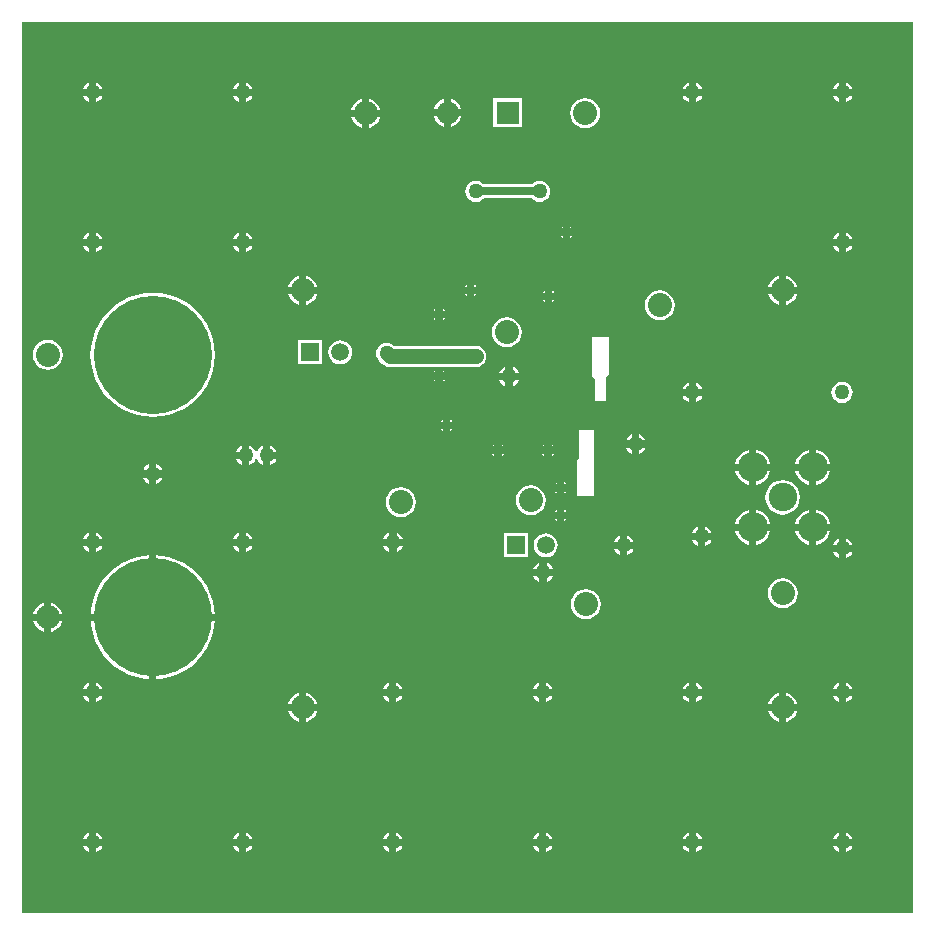
<source format=gbl>
%FSLAX24Y24*%
%MOIN*%
G70*
G01*
G75*
G04 Layer_Physical_Order=2*
G04 Layer_Color=16711680*
%ADD10R,0.0394X0.0374*%
%ADD11R,0.0374X0.0394*%
%ADD12R,0.1299X0.0945*%
%ADD13R,0.0394X0.0945*%
%ADD14R,0.0965X0.1004*%
%ADD15O,0.0236X0.0748*%
%ADD16R,0.0591X0.0236*%
%ADD17C,0.0450*%
%ADD18C,0.0250*%
%ADD19C,0.0500*%
%ADD20C,0.1000*%
%ADD21C,0.0200*%
%ADD22C,0.0800*%
%ADD23C,0.3937*%
%ADD24R,0.0750X0.0750*%
%ADD25C,0.0748*%
%ADD26C,0.0591*%
%ADD27R,0.0591X0.0591*%
%ADD28C,0.0950*%
%ADD29C,0.1000*%
%ADD30C,0.0500*%
%ADD31C,0.0250*%
G36*
X29847Y153D02*
X153D01*
Y29847D01*
X29847D01*
Y153D01*
D02*
G37*
%LPC*%
G36*
X7827Y12375D02*
X7625D01*
Y12173D01*
X7677Y12194D01*
X7750Y12250D01*
X7806Y12323D01*
X7827Y12375D01*
D02*
G37*
G36*
X12385D02*
X12183D01*
X12204Y12323D01*
X12260Y12250D01*
X12333Y12194D01*
X12385Y12173D01*
Y12375D01*
D02*
G37*
G36*
X12837D02*
X12635D01*
Y12173D01*
X12687Y12194D01*
X12760Y12250D01*
X12816Y12323D01*
X12837Y12375D01*
D02*
G37*
G36*
X7375D02*
X7173D01*
X7194Y12323D01*
X7250Y12250D01*
X7323Y12194D01*
X7375Y12173D01*
Y12375D01*
D02*
G37*
G36*
X20527Y12275D02*
X20325D01*
Y12073D01*
X20377Y12094D01*
X20450Y12150D01*
X20506Y12223D01*
X20527Y12275D01*
D02*
G37*
G36*
X2375Y12375D02*
X2173D01*
X2194Y12323D01*
X2250Y12250D01*
X2323Y12194D01*
X2375Y12173D01*
Y12375D01*
D02*
G37*
G36*
X2827D02*
X2625D01*
Y12173D01*
X2677Y12194D01*
X2750Y12250D01*
X2806Y12323D01*
X2827Y12375D01*
D02*
G37*
G36*
X26375Y12875D02*
X25911D01*
X25943Y12769D01*
X25999Y12665D01*
X26074Y12574D01*
X26165Y12499D01*
X26269Y12443D01*
X26375Y12411D01*
Y12875D01*
D02*
G37*
G36*
X27089D02*
X26625D01*
Y12411D01*
X26731Y12443D01*
X26835Y12499D01*
X26926Y12574D01*
X27001Y12665D01*
X27057Y12769D01*
X27089Y12875D01*
D02*
G37*
G36*
X27375Y12627D02*
X27323Y12606D01*
X27250Y12550D01*
X27194Y12477D01*
X27173Y12425D01*
X27375D01*
Y12627D01*
D02*
G37*
G36*
X25089Y12875D02*
X24625D01*
Y12411D01*
X24731Y12443D01*
X24835Y12499D01*
X24926Y12574D01*
X25001Y12665D01*
X25057Y12769D01*
X25089Y12875D01*
D02*
G37*
G36*
X22675Y12575D02*
X22473D01*
X22494Y12523D01*
X22550Y12450D01*
X22623Y12394D01*
X22675Y12373D01*
Y12575D01*
D02*
G37*
G36*
X23127D02*
X22925D01*
Y12373D01*
X22977Y12394D01*
X23050Y12450D01*
X23106Y12523D01*
X23127Y12575D01*
D02*
G37*
G36*
X24375Y12875D02*
X23911D01*
X23943Y12769D01*
X23999Y12665D01*
X24074Y12574D01*
X24165Y12499D01*
X24269Y12443D01*
X24375Y12411D01*
Y12875D01*
D02*
G37*
G36*
X25500Y11304D02*
X25369Y11287D01*
X25248Y11237D01*
X25143Y11157D01*
X25063Y11052D01*
X25013Y10931D01*
X24996Y10800D01*
X25013Y10669D01*
X25063Y10548D01*
X25143Y10443D01*
X25248Y10363D01*
X25369Y10313D01*
X25500Y10296D01*
X25631Y10313D01*
X25752Y10363D01*
X25857Y10443D01*
X25937Y10548D01*
X25987Y10669D01*
X26004Y10800D01*
X25987Y10931D01*
X25937Y11052D01*
X25857Y11157D01*
X25752Y11237D01*
X25631Y11287D01*
X25500Y11304D01*
D02*
G37*
G36*
X17390Y11375D02*
X17188D01*
X17209Y11323D01*
X17265Y11250D01*
X17338Y11194D01*
X17390Y11173D01*
Y11375D01*
D02*
G37*
G36*
X17842D02*
X17640D01*
Y11173D01*
X17691Y11194D01*
X17765Y11250D01*
X17821Y11323D01*
X17842Y11375D01*
D02*
G37*
G36*
X4625Y12065D02*
Y10125D01*
X6565D01*
X6555Y10271D01*
X6502Y10537D01*
X6415Y10793D01*
X6295Y11036D01*
X6145Y11262D01*
X5966Y11466D01*
X5762Y11645D01*
X5536Y11795D01*
X5293Y11915D01*
X5037Y12002D01*
X4771Y12055D01*
X4625Y12065D01*
D02*
G37*
G36*
X875Y10488D02*
X869Y10487D01*
X748Y10437D01*
X643Y10357D01*
X563Y10252D01*
X513Y10131D01*
X512Y10125D01*
X875D01*
Y10488D01*
D02*
G37*
G36*
X1125D02*
Y10125D01*
X1488D01*
X1487Y10131D01*
X1437Y10252D01*
X1357Y10357D01*
X1252Y10437D01*
X1131Y10487D01*
X1125Y10488D01*
D02*
G37*
G36*
X4375Y12065D02*
X4229Y12055D01*
X3963Y12002D01*
X3707Y11915D01*
X3464Y11795D01*
X3238Y11645D01*
X3034Y11466D01*
X2855Y11262D01*
X2705Y11036D01*
X2585Y10793D01*
X2498Y10537D01*
X2445Y10271D01*
X2435Y10125D01*
X4375D01*
Y12065D01*
D02*
G37*
G36*
X17600Y12799D02*
X17497Y12785D01*
X17401Y12745D01*
X17318Y12682D01*
X17255Y12599D01*
X17215Y12503D01*
X17201Y12400D01*
X17215Y12297D01*
X17255Y12201D01*
X17318Y12118D01*
X17401Y12055D01*
X17497Y12015D01*
X17600Y12001D01*
X17703Y12015D01*
X17799Y12055D01*
X17882Y12118D01*
X17945Y12201D01*
X17985Y12297D01*
X17999Y12400D01*
X17985Y12503D01*
X17945Y12599D01*
X17882Y12682D01*
X17799Y12745D01*
X17703Y12785D01*
X17600Y12799D01*
D02*
G37*
G36*
X16995Y12795D02*
X16205D01*
Y12005D01*
X16995D01*
Y12795D01*
D02*
G37*
G36*
X20075Y12275D02*
X19873D01*
X19894Y12223D01*
X19950Y12150D01*
X20023Y12094D01*
X20075Y12073D01*
Y12275D01*
D02*
G37*
G36*
X27827Y12175D02*
X27625D01*
Y11973D01*
X27677Y11994D01*
X27750Y12050D01*
X27806Y12123D01*
X27827Y12175D01*
D02*
G37*
G36*
X17390Y11827D02*
X17338Y11806D01*
X17265Y11750D01*
X17209Y11677D01*
X17188Y11625D01*
X17390D01*
Y11827D01*
D02*
G37*
G36*
X17640D02*
Y11625D01*
X17842D01*
X17821Y11677D01*
X17765Y11750D01*
X17691Y11806D01*
X17640Y11827D01*
D02*
G37*
G36*
X27375Y12175D02*
X27173D01*
X27194Y12123D01*
X27250Y12050D01*
X27323Y11994D01*
X27375Y11973D01*
Y12175D01*
D02*
G37*
G36*
X27625Y12627D02*
Y12425D01*
X27827D01*
X27806Y12477D01*
X27750Y12550D01*
X27677Y12606D01*
X27625Y12627D01*
D02*
G37*
G36*
X25500Y14580D02*
X25350Y14560D01*
X25210Y14502D01*
X25090Y14410D01*
X24998Y14290D01*
X24940Y14150D01*
X24920Y14000D01*
X24940Y13850D01*
X24998Y13710D01*
X25090Y13590D01*
X25210Y13498D01*
X25350Y13440D01*
X25500Y13420D01*
X25650Y13440D01*
X25790Y13498D01*
X25910Y13590D01*
X26002Y13710D01*
X26060Y13850D01*
X26080Y14000D01*
X26060Y14150D01*
X26002Y14290D01*
X25910Y14410D01*
X25790Y14502D01*
X25650Y14560D01*
X25500Y14580D01*
D02*
G37*
G36*
X17975Y13587D02*
X17937Y13562D01*
X17912Y13525D01*
X17975D01*
Y13587D01*
D02*
G37*
G36*
X18225D02*
Y13525D01*
X18287D01*
X18262Y13562D01*
X18225Y13587D01*
D02*
G37*
G36*
X17100Y14404D02*
X16969Y14387D01*
X16848Y14337D01*
X16743Y14257D01*
X16663Y14152D01*
X16613Y14031D01*
X16596Y13900D01*
X16613Y13769D01*
X16663Y13648D01*
X16743Y13543D01*
X16848Y13463D01*
X16969Y13413D01*
X17100Y13396D01*
X17231Y13413D01*
X17352Y13463D01*
X17457Y13543D01*
X17537Y13648D01*
X17587Y13769D01*
X17604Y13900D01*
X17587Y14031D01*
X17537Y14152D01*
X17457Y14257D01*
X17352Y14337D01*
X17231Y14387D01*
X17100Y14404D01*
D02*
G37*
G36*
X17975Y13275D02*
X17912D01*
X17937Y13238D01*
X17975Y13213D01*
Y13275D01*
D02*
G37*
G36*
X18287D02*
X18225D01*
Y13213D01*
X18262Y13238D01*
X18287Y13275D01*
D02*
G37*
G36*
X12770Y14344D02*
X12639Y14327D01*
X12518Y14277D01*
X12413Y14197D01*
X12333Y14092D01*
X12283Y13971D01*
X12266Y13840D01*
X12283Y13709D01*
X12333Y13588D01*
X12413Y13483D01*
X12518Y13403D01*
X12639Y13353D01*
X12770Y13336D01*
X12901Y13353D01*
X13022Y13403D01*
X13127Y13483D01*
X13207Y13588D01*
X13257Y13709D01*
X13274Y13840D01*
X13257Y13971D01*
X13207Y14092D01*
X13127Y14197D01*
X13022Y14277D01*
X12901Y14327D01*
X12770Y14344D01*
D02*
G37*
G36*
X25089Y14875D02*
X24625D01*
Y14411D01*
X24731Y14443D01*
X24835Y14499D01*
X24926Y14574D01*
X25001Y14665D01*
X25057Y14769D01*
X25089Y14875D01*
D02*
G37*
G36*
X26375D02*
X25911D01*
X25943Y14769D01*
X25999Y14665D01*
X26074Y14574D01*
X26165Y14499D01*
X26269Y14443D01*
X26375Y14411D01*
Y14875D01*
D02*
G37*
G36*
X27089D02*
X26625D01*
Y14411D01*
X26731Y14443D01*
X26835Y14499D01*
X26926Y14574D01*
X27001Y14665D01*
X27057Y14769D01*
X27089Y14875D01*
D02*
G37*
G36*
X24375D02*
X23911D01*
X23943Y14769D01*
X23999Y14665D01*
X24074Y14574D01*
X24165Y14499D01*
X24269Y14443D01*
X24375Y14411D01*
Y14875D01*
D02*
G37*
G36*
X19200Y16250D02*
X18700D01*
Y15300D01*
X18650Y15250D01*
Y14050D01*
X19200D01*
Y16250D01*
D02*
G37*
G36*
X17975Y14190D02*
X17912D01*
X17937Y14153D01*
X17975Y14128D01*
Y14190D01*
D02*
G37*
G36*
X18287D02*
X18225D01*
Y14128D01*
X18262Y14153D01*
X18287Y14190D01*
D02*
G37*
G36*
X7375Y12827D02*
X7323Y12806D01*
X7250Y12750D01*
X7194Y12677D01*
X7173Y12625D01*
X7375D01*
Y12827D01*
D02*
G37*
G36*
X7625D02*
Y12625D01*
X7827D01*
X7806Y12677D01*
X7750Y12750D01*
X7677Y12806D01*
X7625Y12827D01*
D02*
G37*
G36*
X12385D02*
X12333Y12806D01*
X12260Y12750D01*
X12204Y12677D01*
X12183Y12625D01*
X12385D01*
Y12827D01*
D02*
G37*
G36*
X2625D02*
Y12625D01*
X2827D01*
X2806Y12677D01*
X2750Y12750D01*
X2677Y12806D01*
X2625Y12827D01*
D02*
G37*
G36*
X20075Y12727D02*
X20023Y12706D01*
X19950Y12650D01*
X19894Y12577D01*
X19873Y12525D01*
X20075D01*
Y12727D01*
D02*
G37*
G36*
X20325D02*
Y12525D01*
X20527D01*
X20506Y12577D01*
X20450Y12650D01*
X20377Y12706D01*
X20325Y12727D01*
D02*
G37*
G36*
X2375Y12827D02*
X2323Y12806D01*
X2250Y12750D01*
X2194Y12677D01*
X2173Y12625D01*
X2375D01*
Y12827D01*
D02*
G37*
G36*
X24625Y13589D02*
Y13125D01*
X25089D01*
X25057Y13231D01*
X25001Y13335D01*
X24926Y13426D01*
X24835Y13501D01*
X24731Y13557D01*
X24625Y13589D01*
D02*
G37*
G36*
X26375D02*
X26269Y13557D01*
X26165Y13501D01*
X26074Y13426D01*
X25999Y13335D01*
X25943Y13231D01*
X25911Y13125D01*
X26375D01*
Y13589D01*
D02*
G37*
G36*
X26625D02*
Y13125D01*
X27089D01*
X27057Y13231D01*
X27001Y13335D01*
X26926Y13426D01*
X26835Y13501D01*
X26731Y13557D01*
X26625Y13589D01*
D02*
G37*
G36*
X24375D02*
X24269Y13557D01*
X24165Y13501D01*
X24074Y13426D01*
X23999Y13335D01*
X23943Y13231D01*
X23911Y13125D01*
X24375D01*
Y13589D01*
D02*
G37*
G36*
X12635Y12827D02*
Y12625D01*
X12837D01*
X12816Y12677D01*
X12760Y12750D01*
X12687Y12806D01*
X12635Y12827D01*
D02*
G37*
G36*
X22675Y13027D02*
X22623Y13006D01*
X22550Y12950D01*
X22494Y12877D01*
X22473Y12825D01*
X22675D01*
Y13027D01*
D02*
G37*
G36*
X22925D02*
Y12825D01*
X23127D01*
X23106Y12877D01*
X23050Y12950D01*
X22977Y13006D01*
X22925Y13027D01*
D02*
G37*
G36*
X17375Y2827D02*
X17323Y2806D01*
X17250Y2750D01*
X17194Y2677D01*
X17173Y2625D01*
X17375D01*
Y2827D01*
D02*
G37*
G36*
X17625D02*
Y2625D01*
X17827D01*
X17806Y2677D01*
X17750Y2750D01*
X17677Y2806D01*
X17625Y2827D01*
D02*
G37*
G36*
X22365D02*
X22313Y2806D01*
X22240Y2750D01*
X22184Y2677D01*
X22163Y2625D01*
X22365D01*
Y2827D01*
D02*
G37*
G36*
X12625D02*
Y2625D01*
X12827D01*
X12806Y2677D01*
X12750Y2750D01*
X12677Y2806D01*
X12625Y2827D01*
D02*
G37*
G36*
X7375D02*
X7323Y2806D01*
X7250Y2750D01*
X7194Y2677D01*
X7173Y2625D01*
X7375D01*
Y2827D01*
D02*
G37*
G36*
X7625D02*
Y2625D01*
X7827D01*
X7806Y2677D01*
X7750Y2750D01*
X7677Y2806D01*
X7625Y2827D01*
D02*
G37*
G36*
X12375D02*
X12323Y2806D01*
X12250Y2750D01*
X12194Y2677D01*
X12173Y2625D01*
X12375D01*
Y2827D01*
D02*
G37*
G36*
X25988Y6875D02*
X25625D01*
Y6512D01*
X25631Y6513D01*
X25752Y6563D01*
X25857Y6643D01*
X25937Y6748D01*
X25987Y6869D01*
X25988Y6875D01*
D02*
G37*
G36*
X9375Y6876D02*
X9012D01*
X9013Y6870D01*
X9063Y6749D01*
X9143Y6644D01*
X9248Y6564D01*
X9369Y6514D01*
X9375Y6513D01*
Y6876D01*
D02*
G37*
G36*
X9988D02*
X9625D01*
Y6513D01*
X9631Y6514D01*
X9752Y6564D01*
X9857Y6644D01*
X9937Y6749D01*
X9987Y6870D01*
X9988Y6876D01*
D02*
G37*
G36*
X25375Y6875D02*
X25012D01*
X25013Y6869D01*
X25063Y6748D01*
X25143Y6643D01*
X25248Y6563D01*
X25369Y6513D01*
X25375Y6512D01*
Y6875D01*
D02*
G37*
G36*
X22615Y2827D02*
Y2625D01*
X22817D01*
X22796Y2677D01*
X22740Y2750D01*
X22667Y2806D01*
X22615Y2827D01*
D02*
G37*
G36*
X27375D02*
X27323Y2806D01*
X27250Y2750D01*
X27194Y2677D01*
X27173Y2625D01*
X27375D01*
Y2827D01*
D02*
G37*
G36*
X27625D02*
Y2625D01*
X27827D01*
X27806Y2677D01*
X27750Y2750D01*
X27677Y2806D01*
X27625Y2827D01*
D02*
G37*
G36*
X12375Y2375D02*
X12173D01*
X12194Y2323D01*
X12250Y2250D01*
X12323Y2194D01*
X12375Y2173D01*
Y2375D01*
D02*
G37*
G36*
X12827D02*
X12625D01*
Y2173D01*
X12677Y2194D01*
X12750Y2250D01*
X12806Y2323D01*
X12827Y2375D01*
D02*
G37*
G36*
X17375D02*
X17173D01*
X17194Y2323D01*
X17250Y2250D01*
X17323Y2194D01*
X17375Y2173D01*
Y2375D01*
D02*
G37*
G36*
X7827D02*
X7625D01*
Y2173D01*
X7677Y2194D01*
X7750Y2250D01*
X7806Y2323D01*
X7827Y2375D01*
D02*
G37*
G36*
X2375D02*
X2173D01*
X2194Y2323D01*
X2250Y2250D01*
X2323Y2194D01*
X2375Y2173D01*
Y2375D01*
D02*
G37*
G36*
X2827D02*
X2625D01*
Y2173D01*
X2677Y2194D01*
X2750Y2250D01*
X2806Y2323D01*
X2827Y2375D01*
D02*
G37*
G36*
X7375D02*
X7173D01*
X7194Y2323D01*
X7250Y2250D01*
X7323Y2194D01*
X7375Y2173D01*
Y2375D01*
D02*
G37*
G36*
X27827D02*
X27625D01*
Y2173D01*
X27677Y2194D01*
X27750Y2250D01*
X27806Y2323D01*
X27827Y2375D01*
D02*
G37*
G36*
X2375Y2827D02*
X2323Y2806D01*
X2250Y2750D01*
X2194Y2677D01*
X2173Y2625D01*
X2375D01*
Y2827D01*
D02*
G37*
G36*
X2625D02*
Y2625D01*
X2827D01*
X2806Y2677D01*
X2750Y2750D01*
X2677Y2806D01*
X2625Y2827D01*
D02*
G37*
G36*
X27375Y2375D02*
X27173D01*
X27194Y2323D01*
X27250Y2250D01*
X27323Y2194D01*
X27375Y2173D01*
Y2375D01*
D02*
G37*
G36*
X17827D02*
X17625D01*
Y2173D01*
X17677Y2194D01*
X17750Y2250D01*
X17806Y2323D01*
X17827Y2375D01*
D02*
G37*
G36*
X22365D02*
X22163D01*
X22184Y2323D01*
X22240Y2250D01*
X22313Y2194D01*
X22365Y2173D01*
Y2375D01*
D02*
G37*
G36*
X22817D02*
X22615D01*
Y2173D01*
X22667Y2194D01*
X22740Y2250D01*
X22796Y2323D01*
X22817Y2375D01*
D02*
G37*
G36*
X25375Y7488D02*
X25369Y7487D01*
X25248Y7437D01*
X25143Y7357D01*
X25063Y7252D01*
X25013Y7131D01*
X25012Y7125D01*
X25375D01*
Y7488D01*
D02*
G37*
G36*
X17625Y7827D02*
Y7625D01*
X17827D01*
X17806Y7677D01*
X17750Y7750D01*
X17677Y7806D01*
X17625Y7827D01*
D02*
G37*
G36*
X22365D02*
X22313Y7806D01*
X22240Y7750D01*
X22184Y7677D01*
X22163Y7625D01*
X22365D01*
Y7827D01*
D02*
G37*
G36*
X22615D02*
Y7625D01*
X22817D01*
X22796Y7677D01*
X22740Y7750D01*
X22667Y7806D01*
X22615Y7827D01*
D02*
G37*
G36*
X17375D02*
X17323Y7806D01*
X17250Y7750D01*
X17194Y7677D01*
X17173Y7625D01*
X17375D01*
Y7827D01*
D02*
G37*
G36*
X2625D02*
Y7625D01*
X2827D01*
X2806Y7677D01*
X2750Y7750D01*
X2677Y7806D01*
X2625Y7827D01*
D02*
G37*
G36*
X12375D02*
X12323Y7806D01*
X12250Y7750D01*
X12194Y7677D01*
X12173Y7625D01*
X12375D01*
Y7827D01*
D02*
G37*
G36*
X12625D02*
Y7625D01*
X12827D01*
X12806Y7677D01*
X12750Y7750D01*
X12677Y7806D01*
X12625Y7827D01*
D02*
G37*
G36*
X875Y9875D02*
X512D01*
X513Y9869D01*
X563Y9748D01*
X643Y9643D01*
X748Y9563D01*
X869Y9513D01*
X875Y9512D01*
Y9875D01*
D02*
G37*
G36*
X1488D02*
X1125D01*
Y9512D01*
X1131Y9513D01*
X1252Y9563D01*
X1357Y9643D01*
X1437Y9748D01*
X1487Y9869D01*
X1488Y9875D01*
D02*
G37*
G36*
X18935Y10944D02*
X18805Y10927D01*
X18683Y10877D01*
X18578Y10797D01*
X18498Y10692D01*
X18448Y10571D01*
X18431Y10440D01*
X18448Y10309D01*
X18498Y10188D01*
X18578Y10083D01*
X18683Y10003D01*
X18805Y9953D01*
X18935Y9936D01*
X19066Y9953D01*
X19187Y10003D01*
X19292Y10083D01*
X19372Y10188D01*
X19422Y10309D01*
X19439Y10440D01*
X19422Y10571D01*
X19372Y10692D01*
X19292Y10797D01*
X19187Y10877D01*
X19066Y10927D01*
X18935Y10944D01*
D02*
G37*
G36*
X6565Y9875D02*
X4625D01*
Y7935D01*
X4771Y7945D01*
X5037Y7998D01*
X5293Y8085D01*
X5536Y8205D01*
X5762Y8355D01*
X5966Y8534D01*
X6145Y8738D01*
X6295Y8964D01*
X6415Y9207D01*
X6502Y9463D01*
X6555Y9729D01*
X6565Y9875D01*
D02*
G37*
G36*
X27375Y7827D02*
X27323Y7806D01*
X27250Y7750D01*
X27194Y7677D01*
X27173Y7625D01*
X27375D01*
Y7827D01*
D02*
G37*
G36*
X27625D02*
Y7625D01*
X27827D01*
X27806Y7677D01*
X27750Y7750D01*
X27677Y7806D01*
X27625Y7827D01*
D02*
G37*
G36*
X4375Y9875D02*
X2435D01*
X2445Y9729D01*
X2498Y9463D01*
X2585Y9207D01*
X2705Y8964D01*
X2855Y8738D01*
X3034Y8534D01*
X3238Y8355D01*
X3464Y8205D01*
X3707Y8085D01*
X3963Y7998D01*
X4229Y7945D01*
X4375Y7935D01*
Y9875D01*
D02*
G37*
G36*
X2827Y7375D02*
X2625D01*
Y7173D01*
X2677Y7194D01*
X2750Y7250D01*
X2806Y7323D01*
X2827Y7375D01*
D02*
G37*
G36*
X12375D02*
X12173D01*
X12194Y7323D01*
X12250Y7250D01*
X12323Y7194D01*
X12375Y7173D01*
Y7375D01*
D02*
G37*
G36*
X12827D02*
X12625D01*
Y7173D01*
X12677Y7194D01*
X12750Y7250D01*
X12806Y7323D01*
X12827Y7375D01*
D02*
G37*
G36*
X2375D02*
X2173D01*
X2194Y7323D01*
X2250Y7250D01*
X2323Y7194D01*
X2375Y7173D01*
Y7375D01*
D02*
G37*
G36*
X25625Y7488D02*
Y7125D01*
X25988D01*
X25987Y7131D01*
X25937Y7252D01*
X25857Y7357D01*
X25752Y7437D01*
X25631Y7487D01*
X25625Y7488D01*
D02*
G37*
G36*
X9375Y7489D02*
X9369Y7488D01*
X9248Y7438D01*
X9143Y7358D01*
X9063Y7253D01*
X9013Y7132D01*
X9012Y7126D01*
X9375D01*
Y7489D01*
D02*
G37*
G36*
X9625D02*
Y7126D01*
X9988D01*
X9987Y7132D01*
X9937Y7253D01*
X9857Y7358D01*
X9752Y7438D01*
X9631Y7488D01*
X9625Y7489D01*
D02*
G37*
G36*
X27375Y7375D02*
X27173D01*
X27194Y7323D01*
X27250Y7250D01*
X27323Y7194D01*
X27375Y7173D01*
Y7375D01*
D02*
G37*
G36*
X27827D02*
X27625D01*
Y7173D01*
X27677Y7194D01*
X27750Y7250D01*
X27806Y7323D01*
X27827Y7375D01*
D02*
G37*
G36*
X2375Y7827D02*
X2323Y7806D01*
X2250Y7750D01*
X2194Y7677D01*
X2173Y7625D01*
X2375D01*
Y7827D01*
D02*
G37*
G36*
X22817Y7375D02*
X22615D01*
Y7173D01*
X22667Y7194D01*
X22740Y7250D01*
X22796Y7323D01*
X22817Y7375D01*
D02*
G37*
G36*
X17375D02*
X17173D01*
X17194Y7323D01*
X17250Y7250D01*
X17323Y7194D01*
X17375Y7173D01*
Y7375D01*
D02*
G37*
G36*
X17827D02*
X17625D01*
Y7173D01*
X17677Y7194D01*
X17750Y7250D01*
X17806Y7323D01*
X17827Y7375D01*
D02*
G37*
G36*
X22365D02*
X22163D01*
X22184Y7323D01*
X22240Y7250D01*
X22313Y7194D01*
X22365Y7173D01*
Y7375D01*
D02*
G37*
G36*
X27375Y22375D02*
X27173D01*
X27194Y22323D01*
X27250Y22250D01*
X27323Y22194D01*
X27375Y22173D01*
Y22375D01*
D02*
G37*
G36*
X27827D02*
X27625D01*
Y22173D01*
X27677Y22194D01*
X27750Y22250D01*
X27806Y22323D01*
X27827Y22375D01*
D02*
G37*
G36*
X2375Y22827D02*
X2323Y22806D01*
X2250Y22750D01*
X2194Y22677D01*
X2173Y22625D01*
X2375D01*
Y22827D01*
D02*
G37*
G36*
X7827Y22375D02*
X7625D01*
Y22173D01*
X7677Y22194D01*
X7750Y22250D01*
X7806Y22323D01*
X7827Y22375D01*
D02*
G37*
G36*
X2375D02*
X2173D01*
X2194Y22323D01*
X2250Y22250D01*
X2323Y22194D01*
X2375Y22173D01*
Y22375D01*
D02*
G37*
G36*
X2827D02*
X2625D01*
Y22173D01*
X2677Y22194D01*
X2750Y22250D01*
X2806Y22323D01*
X2827Y22375D01*
D02*
G37*
G36*
X7375D02*
X7173D01*
X7194Y22323D01*
X7250Y22250D01*
X7323Y22194D01*
X7375Y22173D01*
Y22375D01*
D02*
G37*
G36*
X27625Y22827D02*
Y22625D01*
X27827D01*
X27806Y22677D01*
X27750Y22750D01*
X27677Y22806D01*
X27625Y22827D01*
D02*
G37*
G36*
X18168Y22722D02*
X18106D01*
X18131Y22685D01*
X18168Y22660D01*
Y22722D01*
D02*
G37*
G36*
X18480D02*
X18418D01*
Y22660D01*
X18455Y22685D01*
X18480Y22722D01*
D02*
G37*
G36*
X27375Y22827D02*
X27323Y22806D01*
X27250Y22750D01*
X27194Y22677D01*
X27173Y22625D01*
X27375D01*
Y22827D01*
D02*
G37*
G36*
X2625D02*
Y22625D01*
X2827D01*
X2806Y22677D01*
X2750Y22750D01*
X2677Y22806D01*
X2625Y22827D01*
D02*
G37*
G36*
X7375D02*
X7323Y22806D01*
X7250Y22750D01*
X7194Y22677D01*
X7173Y22625D01*
X7375D01*
Y22827D01*
D02*
G37*
G36*
X7625D02*
Y22625D01*
X7827D01*
X7806Y22677D01*
X7750Y22750D01*
X7677Y22806D01*
X7625Y22827D01*
D02*
G37*
G36*
X14976Y20774D02*
X14914D01*
X14939Y20737D01*
X14976Y20712D01*
Y20774D01*
D02*
G37*
G36*
X15288D02*
X15226D01*
Y20712D01*
X15263Y20737D01*
X15288Y20774D01*
D02*
G37*
G36*
X17575Y20887D02*
X17538Y20862D01*
X17513Y20825D01*
X17575D01*
Y20887D01*
D02*
G37*
G36*
X17887Y20575D02*
X17825D01*
Y20513D01*
X17862Y20538D01*
X17887Y20575D01*
D02*
G37*
G36*
X25375Y20774D02*
X25012D01*
X25013Y20769D01*
X25063Y20647D01*
X25143Y20543D01*
X25248Y20463D01*
X25369Y20412D01*
X25375Y20412D01*
Y20774D01*
D02*
G37*
G36*
X25988D02*
X25625D01*
Y20412D01*
X25631Y20412D01*
X25752Y20463D01*
X25857Y20543D01*
X25937Y20647D01*
X25987Y20769D01*
X25988Y20774D01*
D02*
G37*
G36*
X17575Y20575D02*
X17513D01*
X17538Y20538D01*
X17575Y20513D01*
Y20575D01*
D02*
G37*
G36*
X15226Y21087D02*
Y21024D01*
X15288D01*
X15263Y21062D01*
X15226Y21087D01*
D02*
G37*
G36*
X25375Y21387D02*
X25369Y21387D01*
X25248Y21336D01*
X25143Y21256D01*
X25063Y21152D01*
X25013Y21030D01*
X25012Y21024D01*
X25375D01*
Y21387D01*
D02*
G37*
G36*
X25625D02*
Y21024D01*
X25988D01*
X25987Y21030D01*
X25937Y21152D01*
X25857Y21256D01*
X25752Y21336D01*
X25631Y21387D01*
X25625Y21387D01*
D02*
G37*
G36*
X14976Y21087D02*
X14939Y21062D01*
X14914Y21024D01*
X14976D01*
Y21087D01*
D02*
G37*
G36*
X17825Y20887D02*
Y20825D01*
X17887D01*
X17862Y20862D01*
X17825Y20887D01*
D02*
G37*
G36*
X9375Y21387D02*
X9369Y21387D01*
X9248Y21336D01*
X9143Y21256D01*
X9063Y21152D01*
X9013Y21030D01*
X9012Y21024D01*
X9375D01*
Y21387D01*
D02*
G37*
G36*
X9625D02*
Y21024D01*
X9988D01*
X9987Y21030D01*
X9937Y21152D01*
X9857Y21256D01*
X9752Y21336D01*
X9631Y21387D01*
X9625Y21387D01*
D02*
G37*
G36*
X18168Y23034D02*
X18131Y23009D01*
X18106Y22972D01*
X18168D01*
Y23034D01*
D02*
G37*
G36*
X27375Y27375D02*
X27173D01*
X27194Y27323D01*
X27250Y27250D01*
X27323Y27194D01*
X27375Y27173D01*
Y27375D01*
D02*
G37*
G36*
X27827D02*
X27625D01*
Y27173D01*
X27677Y27194D01*
X27750Y27250D01*
X27806Y27323D01*
X27827Y27375D01*
D02*
G37*
G36*
X2375Y27827D02*
X2323Y27806D01*
X2250Y27750D01*
X2194Y27677D01*
X2173Y27625D01*
X2375D01*
Y27827D01*
D02*
G37*
G36*
X22817Y27375D02*
X22615D01*
Y27173D01*
X22667Y27194D01*
X22740Y27250D01*
X22796Y27323D01*
X22817Y27375D01*
D02*
G37*
G36*
X7375D02*
X7173D01*
X7194Y27323D01*
X7250Y27250D01*
X7323Y27194D01*
X7375Y27173D01*
Y27375D01*
D02*
G37*
G36*
X7827D02*
X7625D01*
Y27173D01*
X7677Y27194D01*
X7750Y27250D01*
X7806Y27323D01*
X7827Y27375D01*
D02*
G37*
G36*
X22365D02*
X22163D01*
X22184Y27323D01*
X22240Y27250D01*
X22313Y27194D01*
X22365Y27173D01*
Y27375D01*
D02*
G37*
G36*
X22615Y27827D02*
Y27625D01*
X22817D01*
X22796Y27677D01*
X22740Y27750D01*
X22667Y27806D01*
X22615Y27827D01*
D02*
G37*
G36*
X27375D02*
X27323Y27806D01*
X27250Y27750D01*
X27194Y27677D01*
X27173Y27625D01*
X27375D01*
Y27827D01*
D02*
G37*
G36*
X27625D02*
Y27625D01*
X27827D01*
X27806Y27677D01*
X27750Y27750D01*
X27677Y27806D01*
X27625Y27827D01*
D02*
G37*
G36*
X22365D02*
X22313Y27806D01*
X22240Y27750D01*
X22184Y27677D01*
X22163Y27625D01*
X22365D01*
Y27827D01*
D02*
G37*
G36*
X2625D02*
Y27625D01*
X2827D01*
X2806Y27677D01*
X2750Y27750D01*
X2677Y27806D01*
X2625Y27827D01*
D02*
G37*
G36*
X7375D02*
X7323Y27806D01*
X7250Y27750D01*
X7194Y27677D01*
X7173Y27625D01*
X7375D01*
Y27827D01*
D02*
G37*
G36*
X7625D02*
Y27625D01*
X7827D01*
X7806Y27677D01*
X7750Y27750D01*
X7677Y27806D01*
X7625Y27827D01*
D02*
G37*
G36*
X12088Y26675D02*
X11725D01*
Y26312D01*
X11731Y26313D01*
X11852Y26363D01*
X11957Y26443D01*
X12037Y26548D01*
X12087Y26669D01*
X12088Y26675D01*
D02*
G37*
G36*
X16805Y27296D02*
X15855D01*
Y26346D01*
X16805D01*
Y27296D01*
D02*
G37*
G36*
X14205Y26696D02*
X13869D01*
X13916Y26582D01*
X13992Y26483D01*
X14091Y26407D01*
X14205Y26360D01*
Y26696D01*
D02*
G37*
G36*
X11475Y26675D02*
X11112D01*
X11113Y26669D01*
X11163Y26548D01*
X11243Y26443D01*
X11348Y26363D01*
X11469Y26313D01*
X11475Y26312D01*
Y26675D01*
D02*
G37*
G36*
X18418Y23034D02*
Y22972D01*
X18480D01*
X18455Y23009D01*
X18418Y23034D01*
D02*
G37*
G36*
X17400Y24553D02*
X17309Y24541D01*
X17223Y24506D01*
X17150Y24450D01*
X17135Y24429D01*
X15535D01*
X15520Y24450D01*
X15447Y24506D01*
X15361Y24541D01*
X15270Y24553D01*
X15179Y24541D01*
X15093Y24506D01*
X15020Y24450D01*
X14964Y24377D01*
X14929Y24291D01*
X14917Y24200D01*
X14929Y24109D01*
X14964Y24023D01*
X15020Y23950D01*
X15093Y23894D01*
X15179Y23859D01*
X15270Y23847D01*
X15361Y23859D01*
X15447Y23894D01*
X15520Y23950D01*
X15535Y23971D01*
X17135D01*
X17150Y23950D01*
X17223Y23894D01*
X17309Y23859D01*
X17400Y23847D01*
X17491Y23859D01*
X17577Y23894D01*
X17650Y23950D01*
X17706Y24023D01*
X17741Y24109D01*
X17753Y24200D01*
X17741Y24291D01*
X17706Y24377D01*
X17650Y24450D01*
X17577Y24506D01*
X17491Y24541D01*
X17400Y24553D01*
D02*
G37*
G36*
X18915Y27304D02*
X18784Y27287D01*
X18663Y27237D01*
X18558Y27157D01*
X18478Y27052D01*
X18428Y26931D01*
X18411Y26800D01*
X18428Y26669D01*
X18478Y26548D01*
X18558Y26443D01*
X18663Y26363D01*
X18784Y26313D01*
X18915Y26296D01*
X19045Y26313D01*
X19167Y26363D01*
X19272Y26443D01*
X19352Y26548D01*
X19402Y26669D01*
X19419Y26800D01*
X19402Y26931D01*
X19352Y27052D01*
X19272Y27157D01*
X19167Y27237D01*
X19045Y27287D01*
X18915Y27304D01*
D02*
G37*
G36*
X14455Y27282D02*
Y26946D01*
X14791D01*
X14744Y27060D01*
X14668Y27159D01*
X14569Y27235D01*
X14455Y27282D01*
D02*
G37*
G36*
X2375Y27375D02*
X2173D01*
X2194Y27323D01*
X2250Y27250D01*
X2323Y27194D01*
X2375Y27173D01*
Y27375D01*
D02*
G37*
G36*
X2827D02*
X2625D01*
Y27173D01*
X2677Y27194D01*
X2750Y27250D01*
X2806Y27323D01*
X2827Y27375D01*
D02*
G37*
G36*
X14205Y27282D02*
X14091Y27235D01*
X13992Y27159D01*
X13916Y27060D01*
X13869Y26946D01*
X14205D01*
Y27282D01*
D02*
G37*
G36*
X14791Y26696D02*
X14455D01*
Y26360D01*
X14569Y26407D01*
X14668Y26483D01*
X14744Y26582D01*
X14791Y26696D01*
D02*
G37*
G36*
X11475Y27288D02*
X11469Y27287D01*
X11348Y27237D01*
X11243Y27157D01*
X11163Y27052D01*
X11113Y26931D01*
X11112Y26925D01*
X11475D01*
Y27288D01*
D02*
G37*
G36*
X11725D02*
Y26925D01*
X12088D01*
X12087Y26931D01*
X12037Y27052D01*
X11957Y27157D01*
X11852Y27237D01*
X11731Y27287D01*
X11725Y27288D01*
D02*
G37*
G36*
X9988Y20774D02*
X9625D01*
Y20412D01*
X9631Y20412D01*
X9752Y20463D01*
X9857Y20543D01*
X9937Y20647D01*
X9987Y20769D01*
X9988Y20774D01*
D02*
G37*
G36*
X7475Y15727D02*
X7423Y15706D01*
X7350Y15650D01*
X7294Y15577D01*
X7273Y15525D01*
X7475D01*
Y15727D01*
D02*
G37*
G36*
X8425D02*
Y15525D01*
X8627D01*
X8606Y15577D01*
X8550Y15650D01*
X8477Y15706D01*
X8425Y15727D01*
D02*
G37*
G36*
X8175D02*
X8123Y15706D01*
X8050Y15650D01*
X7994Y15577D01*
X7975Y15530D01*
X7925D01*
X7906Y15577D01*
X7850Y15650D01*
X7777Y15706D01*
X7725Y15727D01*
Y15400D01*
Y15073D01*
X7777Y15094D01*
X7850Y15150D01*
X7906Y15223D01*
X7925Y15270D01*
X7975D01*
X7994Y15223D01*
X8050Y15150D01*
X8123Y15094D01*
X8175Y15073D01*
Y15400D01*
Y15727D01*
D02*
G37*
G36*
X20927Y15650D02*
X20725D01*
Y15448D01*
X20777Y15469D01*
X20850Y15525D01*
X20906Y15598D01*
X20927Y15650D01*
D02*
G37*
G36*
X15885Y15455D02*
X15823D01*
X15848Y15418D01*
X15885Y15393D01*
Y15455D01*
D02*
G37*
G36*
X16197D02*
X16135D01*
Y15393D01*
X16172Y15418D01*
X16197Y15455D01*
D02*
G37*
G36*
X20475Y15650D02*
X20273D01*
X20294Y15598D01*
X20350Y15525D01*
X20423Y15469D01*
X20475Y15448D01*
Y15650D01*
D02*
G37*
G36*
Y16102D02*
X20423Y16081D01*
X20350Y16024D01*
X20294Y15951D01*
X20273Y15900D01*
X20475D01*
Y16102D01*
D02*
G37*
G36*
X20725D02*
Y15900D01*
X20927D01*
X20906Y15951D01*
X20850Y16024D01*
X20777Y16081D01*
X20725Y16102D01*
D02*
G37*
G36*
X14175Y16275D02*
X14113D01*
X14138Y16238D01*
X14175Y16213D01*
Y16275D01*
D02*
G37*
G36*
X16135Y15767D02*
Y15705D01*
X16197D01*
X16172Y15742D01*
X16135Y15767D01*
D02*
G37*
G36*
X17552Y15757D02*
X17514Y15732D01*
X17489Y15695D01*
X17552D01*
Y15757D01*
D02*
G37*
G36*
X17802D02*
Y15695D01*
X17864D01*
X17839Y15732D01*
X17802Y15757D01*
D02*
G37*
G36*
X15885Y15767D02*
X15848Y15742D01*
X15823Y15705D01*
X15885D01*
Y15767D01*
D02*
G37*
G36*
X4375Y15111D02*
X4323Y15090D01*
X4250Y15033D01*
X4194Y14960D01*
X4173Y14909D01*
X4375D01*
Y15111D01*
D02*
G37*
G36*
X4625D02*
Y14909D01*
X4827D01*
X4806Y14960D01*
X4750Y15033D01*
X4677Y15090D01*
X4625Y15111D01*
D02*
G37*
G36*
X7475Y15275D02*
X7273D01*
X7294Y15223D01*
X7350Y15150D01*
X7423Y15094D01*
X7475Y15073D01*
Y15275D01*
D02*
G37*
G36*
X4827Y14659D02*
X4625D01*
Y14457D01*
X4677Y14478D01*
X4750Y14534D01*
X4806Y14607D01*
X4827Y14659D01*
D02*
G37*
G36*
X17975Y14502D02*
X17937Y14477D01*
X17912Y14440D01*
X17975D01*
Y14502D01*
D02*
G37*
G36*
X18225D02*
Y14440D01*
X18287D01*
X18262Y14477D01*
X18225Y14502D01*
D02*
G37*
G36*
X4375Y14659D02*
X4173D01*
X4194Y14607D01*
X4250Y14534D01*
X4323Y14478D01*
X4375Y14457D01*
Y14659D01*
D02*
G37*
G36*
X26625Y15589D02*
Y15125D01*
X27089D01*
X27057Y15231D01*
X27001Y15335D01*
X26926Y15426D01*
X26835Y15501D01*
X26731Y15557D01*
X26625Y15589D01*
D02*
G37*
G36*
X17552Y15445D02*
X17489D01*
X17514Y15408D01*
X17552Y15383D01*
Y15445D01*
D02*
G37*
G36*
X17864D02*
X17802D01*
Y15383D01*
X17839Y15408D01*
X17864Y15445D01*
D02*
G37*
G36*
X26375Y15589D02*
X26269Y15557D01*
X26165Y15501D01*
X26074Y15426D01*
X25999Y15335D01*
X25943Y15231D01*
X25911Y15125D01*
X26375D01*
Y15589D01*
D02*
G37*
G36*
X8627Y15275D02*
X8425D01*
Y15073D01*
X8477Y15094D01*
X8550Y15150D01*
X8606Y15223D01*
X8627Y15275D01*
D02*
G37*
G36*
X24375Y15589D02*
X24269Y15557D01*
X24165Y15501D01*
X24074Y15426D01*
X23999Y15335D01*
X23943Y15231D01*
X23911Y15125D01*
X24375D01*
Y15589D01*
D02*
G37*
G36*
X24625D02*
Y15125D01*
X25089D01*
X25057Y15231D01*
X25001Y15335D01*
X24926Y15426D01*
X24835Y15501D01*
X24731Y15557D01*
X24625Y15589D01*
D02*
G37*
G36*
X14487Y16275D02*
X14425D01*
Y16213D01*
X14462Y16238D01*
X14487Y16275D01*
D02*
G37*
G36*
X12300Y19153D02*
X12209Y19141D01*
X12123Y19106D01*
X12050Y19050D01*
X11994Y18977D01*
X11959Y18891D01*
X11947Y18800D01*
X11959Y18709D01*
X11994Y18623D01*
X12050Y18550D01*
X12150Y18450D01*
X12223Y18394D01*
X12309Y18359D01*
X12400Y18347D01*
X15270D01*
X15361Y18359D01*
X15447Y18394D01*
X15520Y18450D01*
X15576Y18523D01*
X15611Y18609D01*
X15623Y18700D01*
X15611Y18791D01*
X15576Y18877D01*
X15520Y18950D01*
X15447Y19006D01*
X15361Y19041D01*
X15270Y19053D01*
X12545D01*
X12477Y19106D01*
X12391Y19141D01*
X12300Y19153D01*
D02*
G37*
G36*
X10750Y19236D02*
X10647Y19222D01*
X10551Y19182D01*
X10468Y19119D01*
X10405Y19036D01*
X10365Y18940D01*
X10351Y18837D01*
X10365Y18734D01*
X10405Y18638D01*
X10468Y18555D01*
X10551Y18492D01*
X10647Y18452D01*
X10750Y18438D01*
X10853Y18452D01*
X10949Y18492D01*
X11032Y18555D01*
X11095Y18638D01*
X11135Y18734D01*
X11149Y18837D01*
X11135Y18940D01*
X11095Y19036D01*
X11032Y19119D01*
X10949Y19182D01*
X10853Y19222D01*
X10750Y19236D01*
D02*
G37*
G36*
X10145Y19232D02*
X9355D01*
Y18442D01*
X10145D01*
Y19232D01*
D02*
G37*
G36*
X1000Y19254D02*
X869Y19237D01*
X748Y19187D01*
X643Y19107D01*
X563Y19002D01*
X513Y18881D01*
X496Y18750D01*
X513Y18619D01*
X563Y18498D01*
X643Y18393D01*
X748Y18313D01*
X869Y18263D01*
X1000Y18246D01*
X1131Y18263D01*
X1252Y18313D01*
X1357Y18393D01*
X1437Y18498D01*
X1487Y18619D01*
X1504Y18750D01*
X1487Y18881D01*
X1437Y19002D01*
X1357Y19107D01*
X1252Y19187D01*
X1131Y19237D01*
X1000Y19254D01*
D02*
G37*
G36*
X16505Y18357D02*
Y18155D01*
X16707D01*
X16686Y18207D01*
X16630Y18280D01*
X16557Y18336D01*
X16505Y18357D01*
D02*
G37*
G36*
X13925Y18237D02*
X13888Y18212D01*
X13863Y18175D01*
X13925D01*
Y18237D01*
D02*
G37*
G36*
X14175D02*
Y18175D01*
X14237D01*
X14212Y18212D01*
X14175Y18237D01*
D02*
G37*
G36*
X13925Y20287D02*
X13888Y20262D01*
X13863Y20225D01*
X13925D01*
Y20287D01*
D02*
G37*
G36*
X14175D02*
Y20225D01*
X14237D01*
X14212Y20262D01*
X14175Y20287D01*
D02*
G37*
G36*
X9375Y20774D02*
X9012D01*
X9013Y20769D01*
X9063Y20647D01*
X9143Y20543D01*
X9248Y20463D01*
X9369Y20412D01*
X9375Y20412D01*
Y20774D01*
D02*
G37*
G36*
X14237Y19975D02*
X14175D01*
Y19913D01*
X14212Y19938D01*
X14237Y19975D01*
D02*
G37*
G36*
X16300Y20004D02*
X16169Y19987D01*
X16048Y19937D01*
X15943Y19857D01*
X15863Y19752D01*
X15813Y19631D01*
X15796Y19500D01*
X15813Y19369D01*
X15863Y19248D01*
X15943Y19143D01*
X16048Y19063D01*
X16169Y19013D01*
X16300Y18996D01*
X16431Y19013D01*
X16552Y19063D01*
X16657Y19143D01*
X16737Y19248D01*
X16787Y19369D01*
X16804Y19500D01*
X16787Y19631D01*
X16737Y19752D01*
X16657Y19857D01*
X16552Y19937D01*
X16431Y19987D01*
X16300Y20004D01*
D02*
G37*
G36*
X21400Y20904D02*
X21269Y20887D01*
X21148Y20837D01*
X21043Y20757D01*
X20963Y20652D01*
X20913Y20531D01*
X20896Y20400D01*
X20913Y20269D01*
X20963Y20148D01*
X21043Y20043D01*
X21148Y19963D01*
X21269Y19913D01*
X21400Y19896D01*
X21531Y19913D01*
X21652Y19963D01*
X21757Y20043D01*
X21837Y20148D01*
X21887Y20269D01*
X21904Y20400D01*
X21887Y20531D01*
X21837Y20652D01*
X21757Y20757D01*
X21652Y20837D01*
X21531Y20887D01*
X21400Y20904D01*
D02*
G37*
G36*
X13925Y19975D02*
X13863D01*
X13888Y19938D01*
X13925Y19913D01*
Y19975D01*
D02*
G37*
G36*
X22365Y17375D02*
X22163D01*
X22184Y17323D01*
X22240Y17250D01*
X22313Y17194D01*
X22365Y17173D01*
Y17375D01*
D02*
G37*
G36*
X22817D02*
X22615D01*
Y17173D01*
X22667Y17194D01*
X22740Y17250D01*
X22796Y17323D01*
X22817Y17375D01*
D02*
G37*
G36*
X19700Y19350D02*
X19150D01*
Y18050D01*
X19250Y17950D01*
Y17200D01*
X19600D01*
Y18000D01*
X19700Y18100D01*
Y19350D01*
D02*
G37*
G36*
X27480Y17853D02*
X27389Y17841D01*
X27303Y17806D01*
X27230Y17750D01*
X27174Y17677D01*
X27139Y17591D01*
X27127Y17500D01*
X27139Y17409D01*
X27174Y17323D01*
X27230Y17250D01*
X27303Y17194D01*
X27389Y17159D01*
X27480Y17147D01*
X27571Y17159D01*
X27657Y17194D01*
X27730Y17250D01*
X27786Y17323D01*
X27821Y17409D01*
X27833Y17500D01*
X27821Y17591D01*
X27786Y17677D01*
X27730Y17750D01*
X27657Y17806D01*
X27571Y17841D01*
X27480Y17853D01*
D02*
G37*
G36*
X14175Y16587D02*
X14138Y16562D01*
X14113Y16525D01*
X14175D01*
Y16587D01*
D02*
G37*
G36*
X14425D02*
Y16525D01*
X14487D01*
X14462Y16562D01*
X14425Y16587D01*
D02*
G37*
G36*
X4500Y20823D02*
X4229Y20805D01*
X3963Y20752D01*
X3707Y20665D01*
X3464Y20545D01*
X3238Y20395D01*
X3034Y20216D01*
X2855Y20012D01*
X2705Y19786D01*
X2585Y19543D01*
X2498Y19287D01*
X2445Y19021D01*
X2427Y18750D01*
X2445Y18479D01*
X2498Y18213D01*
X2585Y17957D01*
X2705Y17714D01*
X2855Y17488D01*
X3034Y17284D01*
X3238Y17105D01*
X3464Y16955D01*
X3707Y16835D01*
X3963Y16748D01*
X4229Y16695D01*
X4500Y16677D01*
X4771Y16695D01*
X5037Y16748D01*
X5293Y16835D01*
X5536Y16955D01*
X5762Y17105D01*
X5966Y17284D01*
X6145Y17488D01*
X6295Y17714D01*
X6415Y17957D01*
X6502Y18213D01*
X6555Y18479D01*
X6573Y18750D01*
X6555Y19021D01*
X6502Y19287D01*
X6415Y19543D01*
X6295Y19786D01*
X6145Y20012D01*
X5966Y20216D01*
X5762Y20395D01*
X5536Y20545D01*
X5293Y20665D01*
X5037Y20752D01*
X4771Y20805D01*
X4500Y20823D01*
D02*
G37*
G36*
X13925Y17925D02*
X13863D01*
X13888Y17888D01*
X13925Y17863D01*
Y17925D01*
D02*
G37*
G36*
X14237D02*
X14175D01*
Y17863D01*
X14212Y17888D01*
X14237Y17925D01*
D02*
G37*
G36*
X16255Y18357D02*
X16203Y18336D01*
X16130Y18280D01*
X16074Y18207D01*
X16053Y18155D01*
X16255D01*
Y18357D01*
D02*
G37*
G36*
X16707Y17905D02*
X16505D01*
Y17703D01*
X16557Y17724D01*
X16630Y17780D01*
X16686Y17853D01*
X16707Y17905D01*
D02*
G37*
G36*
X22365Y17827D02*
X22313Y17806D01*
X22240Y17750D01*
X22184Y17677D01*
X22163Y17625D01*
X22365D01*
Y17827D01*
D02*
G37*
G36*
X22615D02*
Y17625D01*
X22817D01*
X22796Y17677D01*
X22740Y17750D01*
X22667Y17806D01*
X22615Y17827D01*
D02*
G37*
G36*
X16255Y17905D02*
X16053D01*
X16074Y17853D01*
X16130Y17780D01*
X16203Y17724D01*
X16255Y17703D01*
Y17905D01*
D02*
G37*
%LPD*%
D18*
X15270Y24200D02*
X17400D01*
D19*
X12300Y18800D02*
X12400Y18700D01*
X15270D01*
D22*
X12770Y13840D02*
D03*
X17100Y13900D02*
D03*
X25500Y10800D02*
D03*
X21400Y20400D02*
D03*
X1000Y10000D02*
D03*
Y18750D02*
D03*
X18935Y10440D02*
D03*
X16300Y19500D02*
D03*
X18915Y26800D02*
D03*
X25500Y7000D02*
D03*
X9500Y7001D02*
D03*
Y20899D02*
D03*
X25500D02*
D03*
X11600Y26800D02*
D03*
D23*
X4500Y10000D02*
D03*
Y18750D02*
D03*
D24*
X16330Y26821D02*
D03*
D25*
X14330D02*
D03*
D26*
X10750Y18837D02*
D03*
X17600Y12400D02*
D03*
D27*
X9750Y18837D02*
D03*
X16600Y12400D02*
D03*
D28*
X25500Y14000D02*
D03*
D29*
X24500Y15000D02*
D03*
X26500D02*
D03*
Y13000D02*
D03*
X24500D02*
D03*
D30*
X16380Y18030D02*
D03*
X12300Y18800D02*
D03*
X15270Y18700D02*
D03*
X17400Y24200D02*
D03*
X27480Y17500D02*
D03*
X12510Y12500D02*
D03*
X15270Y24200D02*
D03*
X2500Y27500D02*
D03*
X7500D02*
D03*
X22490D02*
D03*
X27500D02*
D03*
X2500Y22500D02*
D03*
X7500D02*
D03*
X27500D02*
D03*
X22490Y17500D02*
D03*
X2500Y12500D02*
D03*
X7500D02*
D03*
X17515Y11500D02*
D03*
X22800Y12700D02*
D03*
X2500Y7500D02*
D03*
X12500D02*
D03*
X17500D02*
D03*
X22490D02*
D03*
X27500D02*
D03*
Y2500D02*
D03*
X22490D02*
D03*
X17500D02*
D03*
X12500D02*
D03*
X7500D02*
D03*
X2500D02*
D03*
X4500Y14784D02*
D03*
X7600Y15400D02*
D03*
X8300D02*
D03*
X20600Y15775D02*
D03*
X27500Y12300D02*
D03*
X20200Y12400D02*
D03*
D31*
X14300Y16400D02*
D03*
X14050Y18050D02*
D03*
Y20100D02*
D03*
X17700Y20700D02*
D03*
X15101Y20899D02*
D03*
X18100Y14315D02*
D03*
X18293Y22847D02*
D03*
X18100Y13400D02*
D03*
X17677Y15570D02*
D03*
X16010Y15580D02*
D03*
M02*

</source>
